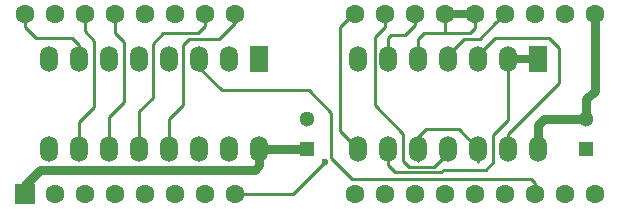
<source format=gtl>
G04 #@! TF.FileFunction,Copper,L1,Top,Signal*
%FSLAX46Y46*%
G04 Gerber Fmt 4.6, Leading zero omitted, Abs format (unit mm)*
G04 Created by KiCad (PCBNEW 4.0.2-stable) date 5/20/2016 6:39:27 AM*
%MOMM*%
G01*
G04 APERTURE LIST*
%ADD10C,0.100000*%
%ADD11R,1.700000X1.700000*%
%ADD12C,1.600000*%
%ADD13R,1.501140X2.199640*%
%ADD14O,1.501140X2.199640*%
%ADD15R,1.300000X1.300000*%
%ADD16C,1.300000*%
%ADD17C,0.600000*%
%ADD18C,0.762000*%
%ADD19C,0.254000*%
%ADD20C,0.635000*%
G04 APERTURE END LIST*
D10*
D11*
X130399000Y-97937000D03*
D12*
X132939000Y-97937000D03*
X135479000Y-97937000D03*
X138019000Y-97937000D03*
X140559000Y-97937000D03*
X143099000Y-97937000D03*
X145639000Y-97937000D03*
X148179000Y-97937000D03*
X158339000Y-97937000D03*
X160879000Y-97937000D03*
X163419000Y-97937000D03*
X165959000Y-97937000D03*
X168499000Y-97937000D03*
X171039000Y-97937000D03*
X173579000Y-97937000D03*
X176119000Y-97937000D03*
X178659000Y-97937000D03*
X178659000Y-82697000D03*
X176119000Y-82697000D03*
X173579000Y-82697000D03*
X171039000Y-82697000D03*
X168499000Y-82697000D03*
X165959000Y-82697000D03*
X163419000Y-82697000D03*
X160879000Y-82697000D03*
X158339000Y-82697000D03*
X148179000Y-82697000D03*
X145639000Y-82697000D03*
X143099000Y-82697000D03*
X140559000Y-82697000D03*
X138019000Y-82697000D03*
X135479000Y-82697000D03*
X132939000Y-82697000D03*
X130399000Y-82697000D03*
D13*
X150266400Y-86512400D03*
D14*
X147726400Y-86512400D03*
X145186400Y-86512400D03*
X142646400Y-86512400D03*
X140106400Y-86512400D03*
X137566400Y-86512400D03*
X135026400Y-86512400D03*
X132486400Y-86512400D03*
X132486400Y-94132400D03*
X135026400Y-94132400D03*
X137566400Y-94132400D03*
X140106400Y-94132400D03*
X142646400Y-94132400D03*
X145186400Y-94132400D03*
X147726400Y-94132400D03*
X150266400Y-94132400D03*
D13*
X173863000Y-86487000D03*
D14*
X171323000Y-86487000D03*
X168783000Y-86487000D03*
X166243000Y-86487000D03*
X163703000Y-86487000D03*
X161163000Y-86487000D03*
X158623000Y-86487000D03*
X158623000Y-94107000D03*
X161163000Y-94107000D03*
X163703000Y-94107000D03*
X166243000Y-94107000D03*
X168783000Y-94107000D03*
X171323000Y-94107000D03*
X173863000Y-94107000D03*
D15*
X177927000Y-94107000D03*
D16*
X177927000Y-91607000D03*
D15*
X154305000Y-94107000D03*
D16*
X154305000Y-91607000D03*
D17*
X155829000Y-95250000D03*
D18*
X150241000Y-94107000D02*
X154305000Y-94107000D01*
X149860000Y-95885000D02*
X150241000Y-95504000D01*
X150241000Y-95504000D02*
X150241000Y-94107000D01*
X131699000Y-95885000D02*
X149860000Y-95885000D01*
X130399000Y-97185000D02*
X131699000Y-95885000D01*
X130399000Y-97937000D02*
X130399000Y-97185000D01*
X174331000Y-91607000D02*
X173863000Y-92075000D01*
X173863000Y-92075000D02*
X173863000Y-94107000D01*
X177927000Y-91607000D02*
X174331000Y-91607000D01*
X177927000Y-89916000D02*
X177927000Y-91607000D01*
X178659000Y-89184000D02*
X177927000Y-89916000D01*
X178659000Y-82697000D02*
X178659000Y-89184000D01*
D19*
X173228000Y-96647000D02*
X173579000Y-96998000D01*
X173579000Y-96998000D02*
X173579000Y-97937000D01*
X158115000Y-96647000D02*
X173228000Y-96647000D01*
X156337000Y-94869000D02*
X158115000Y-96647000D01*
X156337000Y-91059000D02*
X156337000Y-94869000D01*
X154432000Y-89154000D02*
X156337000Y-91059000D01*
X147066000Y-89154000D02*
X154432000Y-89154000D01*
X145161000Y-87249000D02*
X147066000Y-89154000D01*
X145161000Y-86487000D02*
X145161000Y-87249000D01*
X170239001Y-83496999D02*
X171039000Y-82697000D01*
X168900000Y-84836000D02*
X170239001Y-83496999D01*
X167544000Y-84836000D02*
X168900000Y-84836000D01*
X166243000Y-86137000D02*
X167544000Y-84836000D01*
X166243000Y-86487000D02*
X166243000Y-86137000D01*
D20*
X165959000Y-82697000D02*
X168499000Y-82697000D01*
D19*
X165989000Y-84328000D02*
X165989000Y-82727000D01*
X165989000Y-82727000D02*
X165959000Y-82697000D01*
X168499000Y-82697000D02*
X168499000Y-83917000D01*
X163703000Y-84836000D02*
X163703000Y-86487000D01*
X164211000Y-84328000D02*
X163703000Y-84836000D01*
X168088000Y-84328000D02*
X165989000Y-84328000D01*
X165989000Y-84328000D02*
X164211000Y-84328000D01*
X168499000Y-83917000D02*
X168088000Y-84328000D01*
X163703000Y-86487000D02*
X163703000Y-85598000D01*
X161163000Y-94107000D02*
X161163000Y-95123000D01*
X171323000Y-87891000D02*
X171323000Y-86487000D01*
X171323000Y-91694000D02*
X171323000Y-87891000D01*
X170053000Y-92964000D02*
X171323000Y-91694000D01*
X169418000Y-95885000D02*
X170053000Y-95250000D01*
X165869068Y-95885000D02*
X169418000Y-95885000D01*
X170053000Y-95250000D02*
X170053000Y-92964000D01*
X165669057Y-96085011D02*
X165869068Y-95885000D01*
X161163000Y-95511000D02*
X161737011Y-96085011D01*
X161737011Y-96085011D02*
X165669057Y-96085011D01*
X161163000Y-94107000D02*
X161163000Y-95511000D01*
D20*
X171323000Y-86487000D02*
X173863000Y-86487000D01*
D19*
X148179000Y-97937000D02*
X153142000Y-97937000D01*
X153142000Y-97937000D02*
X155829000Y-95250000D01*
X163703000Y-94107000D02*
X163703000Y-93091000D01*
X163703000Y-93091000D02*
X164338000Y-92456000D01*
X167132000Y-92456000D02*
X168783000Y-94107000D01*
X164338000Y-92456000D02*
X167132000Y-92456000D01*
X163703000Y-94107000D02*
X163703000Y-95123000D01*
X168783000Y-95250000D02*
X168783000Y-94107000D01*
X158339000Y-82697000D02*
X158222000Y-82697000D01*
X158222000Y-82697000D02*
X157099000Y-83820000D01*
X157099000Y-83820000D02*
X157099000Y-92583000D01*
X157099000Y-92583000D02*
X158623000Y-94107000D01*
X148179000Y-83469000D02*
X146812000Y-84836000D01*
X146812000Y-84836000D02*
X144272000Y-84836000D01*
X144272000Y-84836000D02*
X143764000Y-85344000D01*
X143764000Y-85344000D02*
X143764000Y-90424000D01*
X143764000Y-90424000D02*
X142621000Y-91567000D01*
X142621000Y-91567000D02*
X142621000Y-94107000D01*
X148179000Y-82697000D02*
X148179000Y-83469000D01*
X145639000Y-82697000D02*
X145639000Y-83723000D01*
X140081000Y-90932000D02*
X140081000Y-94107000D01*
X141224000Y-89789000D02*
X140081000Y-90932000D01*
X141224000Y-85217000D02*
X141224000Y-89789000D01*
X142113000Y-84328000D02*
X141224000Y-85217000D01*
X145034000Y-84328000D02*
X142113000Y-84328000D01*
X145639000Y-83723000D02*
X145034000Y-84328000D01*
X138019000Y-82697000D02*
X138019000Y-84298000D01*
X137541000Y-91440000D02*
X137541000Y-94107000D01*
X138811000Y-90170000D02*
X137541000Y-91440000D01*
X138811000Y-85090000D02*
X138811000Y-90170000D01*
X138019000Y-84298000D02*
X138811000Y-85090000D01*
X135479000Y-82697000D02*
X135479000Y-84171000D01*
X135001000Y-91821000D02*
X135001000Y-94107000D01*
X136271000Y-90551000D02*
X135001000Y-91821000D01*
X136271000Y-84963000D02*
X136271000Y-90551000D01*
X135479000Y-84171000D02*
X136271000Y-84963000D01*
X130399000Y-82697000D02*
X130399000Y-83790000D01*
X134366000Y-84709000D02*
X135001000Y-85344000D01*
X131318000Y-84709000D02*
X134366000Y-84709000D01*
X130399000Y-83790000D02*
X131318000Y-84709000D01*
X135001000Y-85344000D02*
X135001000Y-86487000D01*
X135001000Y-86487000D02*
X135001000Y-85979000D01*
X162941000Y-95631000D02*
X165069000Y-95631000D01*
X165069000Y-95631000D02*
X166243000Y-94457000D01*
X166243000Y-94457000D02*
X166243000Y-94107000D01*
X162433000Y-95123000D02*
X162941000Y-95631000D01*
X162433000Y-92837000D02*
X162433000Y-95123000D01*
X160020000Y-90424000D02*
X162433000Y-92837000D01*
X160020000Y-84687370D02*
X160020000Y-90424000D01*
X160879000Y-82697000D02*
X160879000Y-83828370D01*
X160879000Y-83828370D02*
X160020000Y-84687370D01*
X161417000Y-84455000D02*
X161163000Y-84709000D01*
X161163000Y-84709000D02*
X161163000Y-86487000D01*
X162560000Y-84455000D02*
X161417000Y-84455000D01*
X163419000Y-83596000D02*
X162560000Y-84455000D01*
X163419000Y-82697000D02*
X163419000Y-83596000D01*
X174752000Y-84709000D02*
X170211000Y-84709000D01*
X170211000Y-84709000D02*
X168783000Y-86137000D01*
X168783000Y-86137000D02*
X168783000Y-86487000D01*
X175641000Y-85598000D02*
X174752000Y-84709000D01*
X175641000Y-88519000D02*
X175641000Y-85598000D01*
X171323000Y-92837000D02*
X175641000Y-88519000D01*
X171323000Y-94107000D02*
X171323000Y-92837000D01*
M02*

</source>
